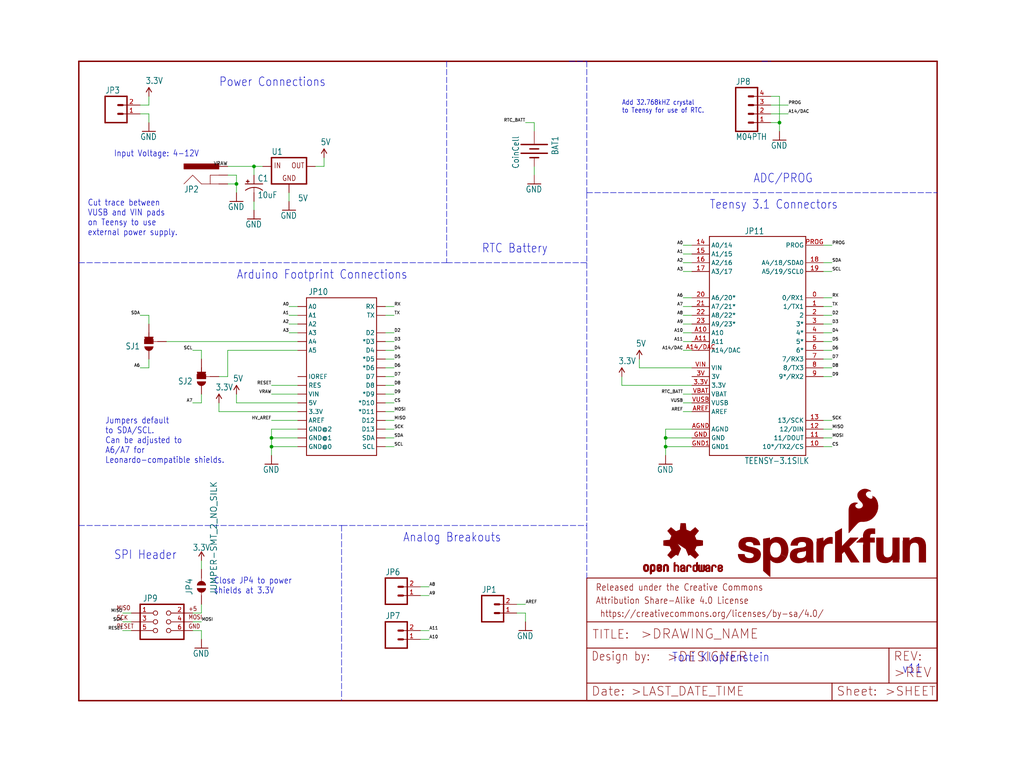
<source format=kicad_sch>
(kicad_sch (version 20211123) (generator eeschema)
  (paper "User" 297.002 223.926)
  (lib_symbols
    (symbol "schematicEagle-eagle-import:10UF-25V-20%(PTH)"
      (property "Reference" "C" (at 1.016 0.635 0))
      (property "Value" "10UF-25V-20%(PTH)" (at 1.016 -4.191 0))
      (symbol "10UF-25V-20%(PTH)_1_0"
        (pin passive line (at 0 2.54 270) (length 2.54) (name "+") (number "1"))
        (pin passive line (at 0 -5.08 90) (length 2.54) (name "-") (number "2"))
      )
    )
    (symbol "schematicEagle-eagle-import:3.3V" (power)
      (property "Value" "3.3V" (at 0 2.794 0))
      (symbol "3.3V_1_0"
        (pin power_in line (at 0 0 90) (length 2.54) (name "3.3V") (number "1"))
      )
    )
    (symbol "schematicEagle-eagle-import:5V" (power)
      (property "Value" "5V" (at -1.016 3.556 0))
      (symbol "5V_1_0"
        (pin power_in line (at 0 0 90) (length 2.54) (name "5V") (number "1"))
      )
    )
    (symbol "schematicEagle-eagle-import:ARDUINO_R3_SHIELDUNO_R3_SHIELD_HOLES"
      (property "Reference" "JP" (at -9.652 21.082 0))
      (property "Value" "ARDUINO_R3_SHIELDUNO_R3_SHIELD_HOLES" (at -6.35 -27.94 0))
      (symbol "ARDUINO_R3_SHIELDUNO_R3_SHIELD_HOLES_1_0"
        (pin bidirectional line (at -12.7 -12.7 0) (length 2.54) (name "3.3V") (number "3.3V"))
        (pin bidirectional line (at -12.7 -10.16 0) (length 2.54) (name "5V") (number "5V"))
        (pin bidirectional line (at -12.7 17.78 0) (length 2.54) (name "A0") (number "A0"))
        (pin bidirectional line (at -12.7 15.24 0) (length 2.54) (name "A1") (number "A1"))
        (pin bidirectional line (at -12.7 12.7 0) (length 2.54) (name "A2") (number "A2"))
        (pin bidirectional line (at -12.7 10.16 0) (length 2.54) (name "A3") (number "A3"))
        (pin bidirectional line (at -12.7 7.62 0) (length 2.54) (name "A4") (number "A4"))
        (pin bidirectional line (at -12.7 5.08 0) (length 2.54) (name "A5") (number "A5"))
        (pin bidirectional line (at -12.7 -15.24 0) (length 2.54) (name "AREF") (number "AREF"))
        (pin bidirectional line (at 12.7 -10.16 180) (length 2.54) (name "*D10") (number "D10"))
        (pin bidirectional line (at 12.7 -12.7 180) (length 2.54) (name "*D11") (number "D11"))
        (pin bidirectional line (at 12.7 -15.24 180) (length 2.54) (name "D12") (number "D12"))
        (pin bidirectional line (at 12.7 -17.78 180) (length 2.54) (name "D13") (number "D13"))
        (pin bidirectional line (at 12.7 10.16 180) (length 2.54) (name "D2") (number "D2"))
        (pin bidirectional line (at 12.7 7.62 180) (length 2.54) (name "*D3") (number "D3"))
        (pin bidirectional line (at 12.7 5.08 180) (length 2.54) (name "D4") (number "D4"))
        (pin bidirectional line (at 12.7 2.54 180) (length 2.54) (name "*D5") (number "D5"))
        (pin bidirectional line (at 12.7 0 180) (length 2.54) (name "*D6") (number "D6"))
        (pin bidirectional line (at 12.7 -2.54 180) (length 2.54) (name "D7") (number "D7"))
        (pin bidirectional line (at 12.7 -5.08 180) (length 2.54) (name "D8") (number "D8"))
        (pin bidirectional line (at 12.7 -7.62 180) (length 2.54) (name "*D9") (number "D9"))
        (pin bidirectional line (at -12.7 -22.86 0) (length 2.54) (name "GND@0") (number "GND@0"))
        (pin bidirectional line (at -12.7 -20.32 0) (length 2.54) (name "GND@1") (number "GND@1"))
        (pin bidirectional line (at -12.7 -17.78 0) (length 2.54) (name "GND@2") (number "GND@2"))
        (pin bidirectional line (at -12.7 -2.54 0) (length 2.54) (name "IOREF") (number "IOREF"))
        (pin bidirectional line (at -12.7 -5.08 0) (length 2.54) (name "RES") (number "RES"))
        (pin bidirectional line (at 12.7 17.78 180) (length 2.54) (name "RX") (number "RX"))
        (pin bidirectional line (at 12.7 -22.86 180) (length 2.54) (name "SCL") (number "SCL"))
        (pin bidirectional line (at 12.7 -20.32 180) (length 2.54) (name "SDA") (number "SDA"))
        (pin bidirectional line (at 12.7 15.24 180) (length 2.54) (name "TX") (number "TX"))
        (pin bidirectional line (at -12.7 -7.62 0) (length 2.54) (name "VIN") (number "VIN"))
      )
    )
    (symbol "schematicEagle-eagle-import:AVR_SPI_PRG_6PTH"
      (property "Reference" "JP" (at -4.318 5.842 0))
      (property "Value" "AVR_SPI_PRG_6PTH" (at -4.064 -7.62 0))
      (symbol "AVR_SPI_PRG_6PTH_1_0"
        (text "+5" (at 8.89 3.048 0) (effects (font (size 1.27 1.0795)) (justify left bottom)))
        (text "GND" (at 8.89 -2.032 0) (effects (font (size 1.27 1.0795)) (justify left bottom)))
        (text "MISO" (at -11.938 3.302 0) (effects (font (size 1.27 1.0795)) (justify left bottom)))
        (text "MOSI" (at 8.89 0.635 0) (effects (font (size 1.27 1.0795)) (justify left bottom)))
        (text "RESET" (at -11.938 -2.032 0) (effects (font (size 1.27 1.0795)) (justify left bottom)))
        (text "SCK" (at -11.938 0.508 0) (effects (font (size 1.27 1.0795)) (justify left bottom)))
        (pin passive inverted (at -7.62 2.54 0) (length 7.62) (name "1") (number "1"))
        (pin passive inverted (at 10.16 2.54 180) (length 7.62) (name "2") (number "2"))
        (pin passive inverted (at -7.62 0 0) (length 7.62) (name "3") (number "3"))
        (pin passive inverted (at 10.16 0 180) (length 7.62) (name "4") (number "4"))
        (pin passive inverted (at -7.62 -2.54 0) (length 7.62) (name "5") (number "5"))
        (pin passive inverted (at 10.16 -2.54 180) (length 7.62) (name "6") (number "6"))
      )
    )
    (symbol "schematicEagle-eagle-import:BATTERY12PTH"
      (property "Reference" "BAT" (at -3.81 5.08 0))
      (property "Value" "BATTERY12PTH" (at -3.81 -6.35 0))
      (symbol "BATTERY12PTH_1_0"
        (pin power_in line (at 5.08 0 180) (length 2.54) (name "-") (number "GND"))
        (pin power_in line (at -5.08 0 0) (length 2.54) (name "+") (number "VCC@1"))
      )
    )
    (symbol "schematicEagle-eagle-import:FRAME-LETTER"
      (symbol "FRAME-LETTER_2_0"
        (text " https://creativecommons.org/licenses/by-sa/4.0/" (at 2.54 24.13 0) (effects (font (size 1.9304 1.6408)) (justify left bottom)))
        (text ">DESIGNER" (at 23.114 11.176 0) (effects (font (size 2.7432 2.7432)) (justify left bottom)))
        (text ">DRAWING_NAME" (at 15.494 17.78 0) (effects (font (size 2.7432 2.7432)) (justify left bottom)))
        (text ">LAST_DATE_TIME" (at 12.7 1.27 0) (effects (font (size 2.54 2.54)) (justify left bottom)))
        (text ">REV" (at 88.9 6.604 0) (effects (font (size 2.7432 2.7432)) (justify left bottom)))
        (text ">SHEET" (at 86.36 1.27 0) (effects (font (size 2.54 2.54)) (justify left bottom)))
        (text "Attribution Share-Alike 4.0 License" (at 2.54 27.94 0) (effects (font (size 1.9304 1.6408)) (justify left bottom)))
        (text "Date:" (at 1.27 1.27 0) (effects (font (size 2.54 2.54)) (justify left bottom)))
        (text "Design by:" (at 1.27 11.43 0) (effects (font (size 2.54 2.159)) (justify left bottom)))
        (text "Released under the Creative Commons" (at 2.54 31.75 0) (effects (font (size 1.9304 1.6408)) (justify left bottom)))
        (text "REV:" (at 88.9 11.43 0) (effects (font (size 2.54 2.54)) (justify left bottom)))
        (text "Sheet:" (at 72.39 1.27 0) (effects (font (size 2.54 2.54)) (justify left bottom)))
        (text "TITLE:" (at 1.524 17.78 0) (effects (font (size 2.54 2.54)) (justify left bottom)))
      )
    )
    (symbol "schematicEagle-eagle-import:GND" (power)
      (property "Value" "GND" (at -2.54 -2.54 0))
      (symbol "GND_1_0"
        (pin power_in line (at 0 2.54 270) (length 2.54) (name "GND") (number "1"))
      )
    )
    (symbol "schematicEagle-eagle-import:JUMPER-PAD-3-2OF3_NC_BY_TRACE_SMALL"
      (property "Reference" "SJ" (at 2.54 0.381 0))
      (property "Value" "JUMPER-PAD-3-2OF3_NC_BY_TRACE_SMALL" (at 2.54 -1.905 0))
      (symbol "JUMPER-PAD-3-2OF3_NC_BY_TRACE_SMALL_1_0"
        (pin passive line (at 0 5.08 270) (length 2.54) (name "1") (number "1"))
        (pin passive line (at -5.08 0 0) (length 2.54) (name "2") (number "2"))
        (pin passive line (at 0 -5.08 90) (length 2.54) (name "3") (number "3"))
      )
    )
    (symbol "schematicEagle-eagle-import:JUMPER-SMT_2_NO_SILK"
      (property "Reference" "JP" (at -2.54 2.54 0))
      (property "Value" "JUMPER-SMT_2_NO_SILK" (at -2.54 -2.54 0))
      (symbol "JUMPER-SMT_2_NO_SILK_1_0"
        (pin passive line (at -5.08 0 0) (length 2.54) (name "1") (number "1"))
        (pin passive line (at 5.08 0 180) (length 2.54) (name "2") (number "2"))
      )
    )
    (symbol "schematicEagle-eagle-import:M02JST-PTH-2"
      (property "Reference" "JP" (at -2.54 5.842 0))
      (property "Value" "M02JST-PTH-2" (at -2.54 -5.08 0))
      (symbol "M02JST-PTH-2_1_0"
        (pin passive line (at 7.62 0 180) (length 5.08) (name "1") (number "1"))
        (pin passive line (at 7.62 2.54 180) (length 5.08) (name "2") (number "2"))
      )
    )
    (symbol "schematicEagle-eagle-import:M02PTH"
      (property "Reference" "JP" (at -2.54 5.842 0))
      (property "Value" "M02PTH" (at -2.54 -5.08 0))
      (symbol "M02PTH_1_0"
        (pin passive line (at 7.62 0 180) (length 5.08) (name "1") (number "1"))
        (pin passive line (at 7.62 2.54 180) (length 5.08) (name "2") (number "2"))
      )
    )
    (symbol "schematicEagle-eagle-import:M04PTH"
      (property "Reference" "JP" (at -5.08 8.382 0))
      (property "Value" "M04PTH" (at -5.08 -7.62 0))
      (symbol "M04PTH_1_0"
        (pin passive line (at 5.08 -2.54 180) (length 5.08) (name "1") (number "1"))
        (pin passive line (at 5.08 0 180) (length 5.08) (name "2") (number "2"))
        (pin passive line (at 5.08 2.54 180) (length 5.08) (name "3") (number "3"))
        (pin passive line (at 5.08 5.08 180) (length 5.08) (name "4") (number "4"))
      )
    )
    (symbol "schematicEagle-eagle-import:OSHW-LOGOM")
    (symbol "schematicEagle-eagle-import:POWER_JACKPTH_LOCK"
      (property "Reference" "JP" (at -10.16 0 0))
      (property "Value" "POWER_JACKPTH_LOCK" (at -10.16 10.16 0))
      (symbol "POWER_JACKPTH_LOCK_1_0"
        (pin bidirectional line (at 2.54 2.54 180) (length 2.54) (name "GND") (number "GND"))
        (pin bidirectional line (at 2.54 5.08 180) (length 2.54) (name "GNDBREAK") (number "GNDBREAK"))
        (pin bidirectional line (at 2.54 7.62 180) (length 2.54) (name "PWR") (number "PWR"))
      )
    )
    (symbol "schematicEagle-eagle-import:SFE_LOGO_NAME_FLAME.1_INCH")
    (symbol "schematicEagle-eagle-import:TEENSY-3.1SILK"
      (property "Reference" "JP" (at -5.08 33.02 0))
      (property "Value" "TEENSY-3.1SILK" (at -5.08 -35.56 0))
      (symbol "TEENSY-3.1SILK_1_0"
        (pin bidirectional line (at 17.78 12.7 180) (length 5.08) (name "0/RX1") (number "0"))
        (pin bidirectional line (at 17.78 10.16 180) (length 5.08) (name "1/TX1") (number "1"))
        (pin bidirectional line (at 17.78 -30.48 180) (length 5.08) (name "10*/TX2/CS") (number "10"))
        (pin bidirectional line (at 17.78 -27.94 180) (length 5.08) (name "11/DOUT") (number "11"))
        (pin bidirectional line (at 17.78 -25.4 180) (length 5.08) (name "12/DIN") (number "12"))
        (pin bidirectional line (at 17.78 -22.86 180) (length 5.08) (name "13/SCK") (number "13"))
        (pin bidirectional line (at -20.32 27.94 0) (length 5.08) (name "A0/14") (number "14"))
        (pin bidirectional line (at -20.32 25.4 0) (length 5.08) (name "A1/15") (number "15"))
        (pin bidirectional line (at -20.32 22.86 0) (length 5.08) (name "A2/16") (number "16"))
        (pin bidirectional line (at -20.32 20.32 0) (length 5.08) (name "A3/17") (number "17"))
        (pin bidirectional line (at 17.78 22.86 180) (length 5.08) (name "A4/18/SDA0") (number "18"))
        (pin bidirectional line (at 17.78 20.32 180) (length 5.08) (name "A5/19/SCL0") (number "19"))
        (pin bidirectional line (at 17.78 7.62 180) (length 5.08) (name "2") (number "2"))
        (pin bidirectional line (at -20.32 12.7 0) (length 5.08) (name "A6/20*") (number "20"))
        (pin bidirectional line (at -20.32 10.16 0) (length 5.08) (name "A7/21*") (number "21"))
        (pin bidirectional line (at -20.32 7.62 0) (length 5.08) (name "A8/22*") (number "22"))
        (pin bidirectional line (at -20.32 5.08 0) (length 5.08) (name "A9/23*") (number "23"))
        (pin bidirectional line (at 17.78 5.08 180) (length 5.08) (name "3*") (number "3"))
        (pin bidirectional line (at -20.32 -12.7 0) (length 5.08) (name "3.3V") (number "3.3V"))
        (pin bidirectional line (at -20.32 -10.16 0) (length 5.08) (name "3V") (number "3V"))
        (pin bidirectional line (at 17.78 2.54 180) (length 5.08) (name "4*") (number "4"))
        (pin bidirectional line (at 17.78 0 180) (length 5.08) (name "5*") (number "5"))
        (pin bidirectional line (at 17.78 -2.54 180) (length 5.08) (name "6*") (number "6"))
        (pin bidirectional line (at 17.78 -5.08 180) (length 5.08) (name "7/RX3") (number "7"))
        (pin bidirectional line (at 17.78 -7.62 180) (length 5.08) (name "8/TX3") (number "8"))
        (pin bidirectional line (at 17.78 -10.16 180) (length 5.08) (name "9*/RX2") (number "9"))
        (pin bidirectional line (at -20.32 2.54 0) (length 5.08) (name "A10") (number "A10"))
        (pin bidirectional line (at -20.32 0 0) (length 5.08) (name "A11") (number "A11"))
        (pin bidirectional line (at -20.32 -2.54 0) (length 5.08) (name "A14/DAC") (number "A14/DAC"))
        (pin bidirectional line (at -20.32 -25.4 0) (length 5.08) (name "AGND") (number "AGND"))
        (pin bidirectional line (at -20.32 -20.32 0) (length 5.08) (name "AREF") (number "AREF"))
        (pin bidirectional line (at -20.32 -27.94 0) (length 5.08) (name "GND") (number "GND"))
        (pin bidirectional line (at -20.32 -30.48 0) (length 5.08) (name "GND1") (number "GND1"))
        (pin bidirectional line (at 17.78 27.94 180) (length 5.08) (name "PROG") (number "PROG"))
        (pin bidirectional line (at -20.32 -15.24 0) (length 5.08) (name "VBAT") (number "VBAT"))
        (pin bidirectional line (at -20.32 -7.62 0) (length 5.08) (name "VIN") (number "VIN"))
        (pin bidirectional line (at -20.32 -17.78 0) (length 5.08) (name "VUSB") (number "VUSB"))
      )
    )
    (symbol "schematicEagle-eagle-import:V_REG_78XX-TO-220"
      (property "Reference" "U" (at 2.54 -7.62 0))
      (property "Value" "V_REG_78XX-TO-220" (at 2.54 -10.16 0))
      (symbol "V_REG_78XX-TO-220_1_0"
        (text "GND" (at -2.032 -4.318 0) (effects (font (size 1.524 1.2954)) (justify left bottom)))
        (text "IN" (at -4.445 -0.635 0) (effects (font (size 1.524 1.2954)) (justify left bottom)))
        (text "OUT" (at 0.635 -0.635 0) (effects (font (size 1.524 1.2954)) (justify left bottom)))
        (pin input line (at 0 -7.62 90) (length 2.54) (name "GND") (number "GND"))
        (pin input line (at -7.62 0 0) (length 2.54) (name "IN") (number "IN"))
        (pin output line (at 7.62 0 180) (length 2.54) (name "OUT") (number "OUT"))
      )
    )
  )
  (junction (at 78.74 127))
  (junction (at 226.06 35.56))
  (junction (at 193.04 129.54))
  (junction (at 73.66 48.26))
  (junction (at 193.04 127))
  (junction (at 68.58 53.34))
  (junction (at 78.74 129.54))
  (wire (pts (xy 111.76 101.6) (xy 114.3 101.6)))
  (wire (pts (xy 43.18 30.48) (xy 43.18 27.94)))
  (wire (pts (xy 152.4 177.8) (xy 152.4 180.34)))
  (wire (pts (xy 238.76 101.6) (xy 241.3 101.6)))
  (wire (pts (xy 111.76 91.44) (xy 114.3 91.44)))
  (polyline (pts (xy 170.18 76.2) (xy 170.18 152.4)))
  (wire (pts (xy 238.76 91.44) (xy 241.3 91.44)))
  (wire (pts (xy 66.04 53.34) (xy 68.58 53.34)))
  (polyline (pts (xy 165.1 17.78) (xy 170.18 17.78)))
  (wire (pts (xy 111.76 106.68) (xy 114.3 106.68)))
  (wire (pts (xy 193.04 124.46) (xy 193.04 127)))
  (wire (pts (xy 238.76 106.68) (xy 241.3 106.68)))
  (wire (pts (xy 111.76 88.9) (xy 114.3 88.9)))
  (wire (pts (xy 200.66 111.76) (xy 180.34 111.76)))
  (wire (pts (xy 238.76 96.52) (xy 241.3 96.52)))
  (wire (pts (xy 238.76 127) (xy 241.3 127)))
  (wire (pts (xy 149.86 177.8) (xy 152.4 177.8)))
  (wire (pts (xy 223.52 33.02) (xy 228.6 33.02)))
  (wire (pts (xy 238.76 88.9) (xy 241.3 88.9)))
  (wire (pts (xy 68.58 53.34) (xy 68.58 55.88)))
  (wire (pts (xy 66.04 109.22) (xy 66.04 101.6)))
  (wire (pts (xy 200.66 73.66) (xy 198.12 73.66)))
  (wire (pts (xy 200.66 78.74) (xy 198.12 78.74)))
  (wire (pts (xy 86.36 129.54) (xy 78.74 129.54)))
  (wire (pts (xy 73.66 48.26) (xy 76.2 48.26)))
  (wire (pts (xy 111.76 109.22) (xy 114.3 109.22)))
  (wire (pts (xy 111.76 116.84) (xy 114.3 116.84)))
  (wire (pts (xy 223.52 27.94) (xy 226.06 27.94)))
  (wire (pts (xy 86.36 88.9) (xy 83.82 88.9)))
  (wire (pts (xy 121.92 170.18) (xy 124.46 170.18)))
  (wire (pts (xy 185.42 106.68) (xy 185.42 104.14)))
  (wire (pts (xy 121.92 185.42) (xy 124.46 185.42)))
  (wire (pts (xy 238.76 76.2) (xy 241.3 76.2)))
  (wire (pts (xy 86.36 91.44) (xy 83.82 91.44)))
  (wire (pts (xy 40.64 33.02) (xy 43.18 33.02)))
  (wire (pts (xy 180.34 111.76) (xy 180.34 109.22)))
  (wire (pts (xy 200.66 76.2) (xy 198.12 76.2)))
  (wire (pts (xy 91.44 48.26) (xy 93.98 48.26)))
  (polyline (pts (xy 170.18 55.88) (xy 271.78 55.88)))
  (wire (pts (xy 58.42 114.3) (xy 58.42 116.84)))
  (wire (pts (xy 55.88 180.34) (xy 58.42 180.34)))
  (wire (pts (xy 111.76 99.06) (xy 114.3 99.06)))
  (wire (pts (xy 78.74 127) (xy 78.74 129.54)))
  (wire (pts (xy 200.66 119.38) (xy 198.12 119.38)))
  (wire (pts (xy 86.36 119.38) (xy 63.5 119.38)))
  (wire (pts (xy 73.66 58.42) (xy 73.66 60.96)))
  (wire (pts (xy 86.36 99.06) (xy 48.26 99.06)))
  (wire (pts (xy 200.66 101.6) (xy 198.12 101.6)))
  (wire (pts (xy 200.66 114.3) (xy 198.12 114.3)))
  (wire (pts (xy 63.5 109.22) (xy 66.04 109.22)))
  (wire (pts (xy 238.76 93.98) (xy 241.3 93.98)))
  (wire (pts (xy 111.76 119.38) (xy 114.3 119.38)))
  (wire (pts (xy 149.86 175.26) (xy 152.4 175.26)))
  (wire (pts (xy 111.76 129.54) (xy 114.3 129.54)))
  (wire (pts (xy 58.42 182.88) (xy 58.42 185.42)))
  (polyline (pts (xy 99.06 152.4) (xy 99.06 203.2)))
  (wire (pts (xy 86.36 114.3) (xy 78.74 114.3)))
  (wire (pts (xy 193.04 127) (xy 193.04 129.54)))
  (polyline (pts (xy 22.86 152.4) (xy 99.06 152.4)))
  (wire (pts (xy 38.1 182.88) (xy 35.56 182.88)))
  (wire (pts (xy 66.04 101.6) (xy 86.36 101.6)))
  (wire (pts (xy 86.36 127) (xy 78.74 127)))
  (wire (pts (xy 58.42 177.8) (xy 58.42 175.26)))
  (wire (pts (xy 154.94 48.26) (xy 154.94 50.8)))
  (polyline (pts (xy 220.98 17.78) (xy 223.52 17.78)))
  (wire (pts (xy 86.36 116.84) (xy 68.58 116.84)))
  (wire (pts (xy 66.04 48.26) (xy 73.66 48.26)))
  (wire (pts (xy 200.66 127) (xy 193.04 127)))
  (polyline (pts (xy 129.54 76.2) (xy 170.18 76.2)))
  (wire (pts (xy 223.52 30.48) (xy 228.6 30.48)))
  (wire (pts (xy 200.66 124.46) (xy 193.04 124.46)))
  (wire (pts (xy 238.76 124.46) (xy 241.3 124.46)))
  (wire (pts (xy 111.76 104.14) (xy 114.3 104.14)))
  (wire (pts (xy 226.06 27.94) (xy 226.06 35.56)))
  (wire (pts (xy 200.66 106.68) (xy 185.42 106.68)))
  (wire (pts (xy 200.66 71.12) (xy 198.12 71.12)))
  (wire (pts (xy 86.36 96.52) (xy 83.82 96.52)))
  (wire (pts (xy 154.94 38.1) (xy 154.94 35.56)))
  (wire (pts (xy 200.66 99.06) (xy 198.12 99.06)))
  (wire (pts (xy 38.1 177.8) (xy 35.56 177.8)))
  (polyline (pts (xy 170.18 17.78) (xy 170.18 55.88)))
  (wire (pts (xy 43.18 33.02) (xy 43.18 35.56)))
  (wire (pts (xy 200.66 91.44) (xy 198.12 91.44)))
  (wire (pts (xy 223.52 35.56) (xy 226.06 35.56)))
  (wire (pts (xy 58.42 165.1) (xy 58.42 162.56)))
  (wire (pts (xy 86.36 124.46) (xy 78.74 124.46)))
  (wire (pts (xy 43.18 104.14) (xy 43.18 106.68)))
  (wire (pts (xy 238.76 99.06) (xy 241.3 99.06)))
  (wire (pts (xy 121.92 172.72) (xy 124.46 172.72)))
  (polyline (pts (xy 22.86 76.2) (xy 129.54 76.2)))
  (wire (pts (xy 78.74 124.46) (xy 78.74 127)))
  (wire (pts (xy 38.1 180.34) (xy 35.56 180.34)))
  (polyline (pts (xy 129.54 17.78) (xy 129.54 76.2)))
  (wire (pts (xy 111.76 96.52) (xy 114.3 96.52)))
  (wire (pts (xy 58.42 101.6) (xy 55.88 101.6)))
  (wire (pts (xy 238.76 104.14) (xy 241.3 104.14)))
  (polyline (pts (xy 170.18 152.4) (xy 170.18 167.64)))
  (wire (pts (xy 111.76 121.92) (xy 114.3 121.92)))
  (wire (pts (xy 238.76 109.22) (xy 241.3 109.22)))
  (wire (pts (xy 226.06 35.56) (xy 226.06 38.1)))
  (wire (pts (xy 86.36 121.92) (xy 78.74 121.92)))
  (wire (pts (xy 43.18 106.68) (xy 40.64 106.68)))
  (wire (pts (xy 200.66 86.36) (xy 198.12 86.36)))
  (wire (pts (xy 238.76 71.12) (xy 241.3 71.12)))
  (polyline (pts (xy 99.06 152.4) (xy 170.18 152.4)))
  (wire (pts (xy 200.66 129.54) (xy 193.04 129.54)))
  (wire (pts (xy 55.88 182.88) (xy 58.42 182.88)))
  (wire (pts (xy 73.66 50.8) (xy 73.66 48.26)))
  (wire (pts (xy 238.76 78.74) (xy 241.3 78.74)))
  (wire (pts (xy 58.42 116.84) (xy 55.88 116.84)))
  (wire (pts (xy 200.66 116.84) (xy 198.12 116.84)))
  (wire (pts (xy 121.92 182.88) (xy 124.46 182.88)))
  (wire (pts (xy 111.76 127) (xy 114.3 127)))
  (wire (pts (xy 200.66 93.98) (xy 198.12 93.98)))
  (wire (pts (xy 86.36 111.76) (xy 78.74 111.76)))
  (wire (pts (xy 86.36 93.98) (xy 83.82 93.98)))
  (wire (pts (xy 43.18 91.44) (xy 40.64 91.44)))
  (wire (pts (xy 111.76 114.3) (xy 114.3 114.3)))
  (wire (pts (xy 83.82 55.88) (xy 83.82 58.42)))
  (wire (pts (xy 55.88 177.8) (xy 58.42 177.8)))
  (wire (pts (xy 40.64 30.48) (xy 43.18 30.48)))
  (wire (pts (xy 43.18 93.98) (xy 43.18 91.44)))
  (wire (pts (xy 93.98 48.26) (xy 93.98 45.72)))
  (wire (pts (xy 58.42 104.14) (xy 58.42 101.6)))
  (wire (pts (xy 111.76 124.46) (xy 114.3 124.46)))
  (polyline (pts (xy 170.18 55.88) (xy 170.18 76.2)))
  (wire (pts (xy 68.58 116.84) (xy 68.58 114.3)))
  (wire (pts (xy 68.58 50.8) (xy 68.58 53.34)))
  (wire (pts (xy 111.76 111.76) (xy 114.3 111.76)))
  (wire (pts (xy 193.04 129.54) (xy 193.04 132.08)))
  (wire (pts (xy 66.04 50.8) (xy 68.58 50.8)))
  (wire (pts (xy 238.76 121.92) (xy 241.3 121.92)))
  (wire (pts (xy 200.66 88.9) (xy 198.12 88.9)))
  (wire (pts (xy 238.76 86.36) (xy 241.3 86.36)))
  (wire (pts (xy 78.74 129.54) (xy 78.74 132.08)))
  (wire (pts (xy 63.5 119.38) (xy 63.5 116.84)))
  (wire (pts (xy 200.66 96.52) (xy 198.12 96.52)))
  (wire (pts (xy 238.76 129.54) (xy 241.3 129.54)))
  (wire (pts (xy 154.94 35.56) (xy 152.4 35.56)))
  (text "Analog Breakouts" (at 116.84 157.48 180) (effects (font (size 2.54 2.159)) (justify left bottom)))
  (text "Arduino Footprint Connections" (at 68.58 81.28 180) (effects (font (size 2.54 2.159)) (justify left bottom)))
  (text "Cut trace between\nVUSB and VIN pads\non Teensy to use\nexternal power supply." (at 25.4 68.58 0) (effects (font (size 1.778 1.5113)) (justify left bottom)))
  (text "Toni Klopfenstein" (at 194.818 192.278 180) (effects (font (size 2.54 2.159)) (justify left bottom)))
  (text "v11" (at 261.62 195.58 180) (effects (font (size 2.54 2.159)) (justify left bottom)))
  (text "ADC/PROG" (at 218.44 53.34 180) (effects (font (size 2.54 2.159)) (justify left bottom)))
  (text "Power Connections" (at 63.5 25.4 180) (effects (font (size 2.54 2.159)) (justify left bottom)))
  (text "Input Voltage: 4-12V" (at 33.02 45.72 180) (effects (font (size 1.778 1.5113)) (justify left bottom)))
  (text "Add 32.768kHZ crystal\nto Teensy for use of RTC." (at 180.34 33.02 180) (effects (font (size 1.4224 1.209)) (justify left bottom)))
  (text "Close JP4 to power\nshields at 3.3V" (at 61.976 172.466 180) (effects (font (size 1.778 1.5113)) (justify left bottom)))
  (text "RTC Battery" (at 139.7 73.66 180) (effects (font (size 2.54 2.159)) (justify left bottom)))
  (text "Teensy 3.1 Connectors" (at 205.74 60.96 180) (effects (font (size 2.54 2.159)) (justify left bottom)))
  (text "Jumpers default\nto SDA/SCL.\nCan be adjusted to\nA6/A7 for\nLeonardo-compatible shields." (at 30.48 134.62 0) (effects (font (size 1.778 1.5113)) (justify left bottom)))
  (text "SPI Header" (at 33.02 162.56 180) (effects (font (size 2.54 2.159)) (justify left bottom)))
  (label "D7" (at 114.3 109.22 0) (effects (font (size 0.889 0.889))))
  (label "SDA" (at 241.3 76.2 0) (effects (font (size 0.889 0.889))))
  (label "A10" (at 124.46 185.42 0) (effects (font (size 0.889 0.889))))
  (label "MOSI" (at 241.3 127 0) (effects (font (size 0.889 0.889))))
  (label "A6" (at 198.12 86.36 180) (effects (font (size 0.889 0.889))))
  (label "TX" (at 114.3 91.44 0) (effects (font (size 0.889 0.889))))
  (label "RX" (at 241.3 86.36 0) (effects (font (size 0.889 0.889))))
  (label "TX" (at 241.3 88.9 0) (effects (font (size 0.889 0.889))))
  (label "A14/DAC" (at 198.12 101.6 180) (effects (font (size 0.889 0.889))))
  (label "RESET" (at 35.56 182.88 180) (effects (font (size 0.889 0.889))))
  (label "A3" (at 198.12 78.74 180) (effects (font (size 0.889 0.889))))
  (label "A1" (at 83.82 91.44 180) (effects (font (size 0.889 0.889))))
  (label "D4" (at 114.3 101.6 0) (effects (font (size 0.889 0.889))))
  (label "SCK" (at 114.3 124.46 0) (effects (font (size 0.889 0.889))))
  (label "A2" (at 83.82 93.98 180) (effects (font (size 0.889 0.889))))
  (label "RTC_BATT" (at 198.12 114.3 180) (effects (font (size 0.889 0.889))))
  (label "A7" (at 55.88 116.84 180) (effects (font (size 0.889 0.889))))
  (label "SDA" (at 114.3 127 0) (effects (font (size 0.889 0.889))))
  (label "D3" (at 241.3 93.98 0) (effects (font (size 0.889 0.889))))
  (label "RTC_BATT" (at 152.4 35.56 180) (effects (font (size 0.889 0.889))))
  (label "SDA" (at 40.64 91.44 180) (effects (font (size 0.889 0.889))))
  (label "D5" (at 241.3 99.06 0) (effects (font (size 0.889 0.889))))
  (label "D9" (at 114.3 114.3 0) (effects (font (size 0.889 0.889))))
  (label "MISO" (at 114.3 121.92 0) (effects (font (size 0.889 0.889))))
  (label "D8" (at 241.3 106.68 0) (effects (font (size 0.889 0.889))))
  (label "SCL" (at 55.88 101.6 180) (effects (font (size 0.889 0.889))))
  (label "RX" (at 114.3 88.9 0) (effects (font (size 0.889 0.889))))
  (label "MISO" (at 35.56 177.8 180) (effects (font (size 0.889 0.889))))
  (label "MISO" (at 241.3 124.46 0) (effects (font (size 0.889 0.889))))
  (label "SCL" (at 114.3 129.54 0) (effects (font (size 0.889 0.889))))
  (label "A9" (at 198.12 93.98 180) (effects (font (size 0.889 0.889))))
  (label "D6" (at 241.3 101.6 0) (effects (font (size 0.889 0.889))))
  (label "VRAW" (at 66.04 48.26 180) (effects (font (size 1.016 1.016))))
  (label "SCL" (at 241.3 78.74 0) (effects (font (size 0.889 0.889))))
  (label "VUSB" (at 198.12 116.84 180) (effects (font (size 0.889 0.889))))
  (label "D7" (at 241.3 104.14 0) (effects (font (size 0.889 0.889))))
  (label "A1" (at 198.12 73.66 180) (effects (font (size 0.889 0.889))))
  (label "A2" (at 198.12 76.2 180) (effects (font (size 0.889 0.889))))
  (label "AREF" (at 152.4 175.26 0) (effects (font (size 0.889 0.889))))
  (label "A10" (at 198.12 96.52 180) (effects (font (size 0.889 0.889))))
  (label "VRAW" (at 78.74 114.3 180) (effects (font (size 0.889 0.889))))
  (label "SCK" (at 35.56 180.34 180) (effects (font (size 0.889 0.889))))
  (label "CS" (at 114.3 116.84 0) (effects (font (size 0.889 0.889))))
  (label "RESET" (at 78.74 111.76 180) (effects (font (size 0.889 0.889))))
  (label "D2" (at 114.3 96.52 0) (effects (font (size 0.889 0.889))))
  (label "SCK" (at 241.3 121.92 0) (effects (font (size 0.889 0.889))))
  (label "A9" (at 124.46 172.72 0) (effects (font (size 0.889 0.889))))
  (label "MOSI" (at 58.42 180.34 0) (effects (font (size 0.889 0.889))))
  (label "D4" (at 241.3 96.52 0) (effects (font (size 0.889 0.889))))
  (label "D8" (at 114.3 111.76 0) (effects (font (size 0.889 0.889))))
  (label "HV_AREF" (at 78.74 121.92 180) (effects (font (size 0.889 0.889))))
  (label "PROG" (at 228.6 30.48 0) (effects (font (size 0.889 0.889))))
  (label "PROG" (at 241.3 71.12 0) (effects (font (size 0.889 0.889))))
  (label "D9" (at 241.3 109.22 0) (effects (font (size 0.889 0.889))))
  (label "A6" (at 40.64 106.68 180) (effects (font (size 0.889 0.889))))
  (label "A11" (at 124.46 182.88 0) (effects (font (size 0.889 0.889))))
  (label "A8" (at 198.12 91.44 180) (effects (font (size 0.889 0.889))))
  (label "A8" (at 124.46 170.18 0) (effects (font (size 0.889 0.889))))
  (label "CS" (at 241.3 129.54 0) (effects (font (size 0.889 0.889))))
  (label "A0" (at 83.82 88.9 180) (effects (font (size 0.889 0.889))))
  (label "A11" (at 198.12 99.06 180) (effects (font (size 0.889 0.889))))
  (label "D5" (at 114.3 104.14 0) (effects (font (size 0.889 0.889))))
  (label "D6" (at 114.3 106.68 0) (effects (font (size 0.889 0.889))))
  (label "A14/DAC" (at 228.6 33.02 0) (effects (font (size 0.889 0.889))))
  (label "AREF" (at 198.12 119.38 180) (effects (font (size 0.889 0.889))))
  (label "A7" (at 198.12 88.9 180) (effects (font (size 0.889 0.889))))
  (label "A3" (at 83.82 96.52 180) (effects (font (size 0.889 0.889))))
  (label "MOSI" (at 114.3 119.38 0) (effects (font (size 0.889 0.889))))
  (label "D2" (at 241.3 91.44 0) (effects (font (size 0.889 0.889))))
  (label "A0" (at 198.12 71.12 180) (effects (font (size 0.889 0.889))))
  (label "D3" (at 114.3 99.06 0) (effects (font (size 0.889 0.889))))
  (symbol (lib_id "schematicEagle-eagle-import:GND") (at 83.82 60.96 0) (unit 1)
    (property "Reference" "#GND7" (effects hide))
    (property "Value" "GND" (at 81.28 63.5 0) (effects (font (size 1.778 1.5113)) (justify left bottom)))
    (property "Footprint" "schematicEagle:" (effects hide))
  )
  (symbol (lib_id "schematicEagle-eagle-import:10UF-25V-20%(PTH)") (at 73.66 53.34 0) (unit 1)
    (property "Reference" "C1" (at 74.676 52.705 0) (effects (font (size 1.778 1.5113)) (justify left bottom)))
    (property "Value" "10uF" (at 74.676 57.531 0) (effects (font (size 1.778 1.5113)) (justify left bottom)))
    (property "Footprint" "schematicEagle:CPOL-RADIAL-10UF-25V" (effects hide))
  )
  (symbol (lib_id "schematicEagle-eagle-import:3.3V") (at 58.42 162.56 0) (unit 1)
    (property "Reference" "#SUPPLY6" (effects hide))
    (property "Value" "3.3V" (at 58.42 159.766 0) (effects (font (size 1.778 1.5113)) (justify bottom)))
    (property "Footprint" "schematicEagle:" (effects hide))
  )
  (symbol (lib_id "schematicEagle-eagle-import:GND") (at 226.06 40.64 0) (unit 1)
    (property "Reference" "#GND9" (effects hide))
    (property "Value" "GND" (at 223.52 43.18 0) (effects (font (size 1.778 1.5113)) (justify left bottom)))
    (property "Footprint" "schematicEagle:" (effects hide))
  )
  (symbol (lib_id "schematicEagle-eagle-import:M04PTH") (at 218.44 33.02 0) (unit 1)
    (property "Reference" "JP8" (at 213.36 24.638 0) (effects (font (size 1.778 1.5113)) (justify left bottom)))
    (property "Value" "M04PTH" (at 213.36 40.64 0) (effects (font (size 1.778 1.5113)) (justify left bottom)))
    (property "Footprint" "schematicEagle:1X04" (effects hide))
  )
  (symbol (lib_id "schematicEagle-eagle-import:GND") (at 78.74 134.62 0) (unit 1)
    (property "Reference" "#GND1" (effects hide))
    (property "Value" "GND" (at 76.2 137.16 0) (effects (font (size 1.778 1.5113)) (justify left bottom)))
    (property "Footprint" "schematicEagle:" (effects hide))
  )
  (symbol (lib_id "schematicEagle-eagle-import:SFE_LOGO_NAME_FLAME.1_INCH") (at 213.36 167.64 0) (unit 1)
    (property "Reference" "LOGO1" (effects hide))
    (property "Value" "SFE_LOGO_NAME_FLAME.1_INCH" (effects hide))
    (property "Footprint" "schematicEagle:SFE_LOGO_NAME_FLAME_.1" (effects hide))
  )
  (symbol (lib_id "schematicEagle-eagle-import:3.3V") (at 63.5 116.84 0) (unit 1)
    (property "Reference" "#SUPPLY5" (effects hide))
    (property "Value" "3.3V" (at 62.484 113.284 0) (effects (font (size 1.778 1.5113)) (justify left bottom)))
    (property "Footprint" "schematicEagle:" (effects hide))
  )
  (symbol (lib_id "schematicEagle-eagle-import:JUMPER-PAD-3-2OF3_NC_BY_TRACE_SMALL") (at 43.18 99.06 180) (unit 1)
    (property "Reference" "SJ1" (at 40.64 99.441 0) (effects (font (size 1.778 1.5113)) (justify left bottom)))
    (property "Value" "JUMPER-PAD-3-2OF3_NC_BY_TRACE_SMALL" (effects hide))
    (property "Footprint" "schematicEagle:PAD-JUMPER-3-2OF3_NC_BY_TRACE_YES_SILK_FULL_BOX" (effects hide))
  )
  (symbol (lib_id "schematicEagle-eagle-import:GND") (at 73.66 63.5 0) (unit 1)
    (property "Reference" "#GND8" (effects hide))
    (property "Value" "GND" (at 71.12 66.04 0) (effects (font (size 1.778 1.5113)) (justify left bottom)))
    (property "Footprint" "schematicEagle:" (effects hide))
  )
  (symbol (lib_id "schematicEagle-eagle-import:OSHW-LOGOM") (at 198.12 157.48 0) (unit 1)
    (property "Reference" "LOGO2" (effects hide))
    (property "Value" "OSHW-LOGOM" (effects hide))
    (property "Footprint" "schematicEagle:OSHW-LOGO-M" (effects hide))
  )
  (symbol (lib_id "schematicEagle-eagle-import:M02PTH") (at 114.3 172.72 0) (unit 1)
    (property "Reference" "JP6" (at 111.76 166.878 0) (effects (font (size 1.778 1.5113)) (justify left bottom)))
    (property "Value" "M02PTH" (effects hide))
    (property "Footprint" "schematicEagle:1X02" (effects hide))
  )
  (symbol (lib_id "schematicEagle-eagle-import:M02PTH") (at 114.3 185.42 0) (unit 1)
    (property "Reference" "JP7" (at 111.76 179.578 0) (effects (font (size 1.778 1.5113)) (justify left bottom)))
    (property "Value" "M02PTH" (effects hide))
    (property "Footprint" "schematicEagle:1X02" (effects hide))
  )
  (symbol (lib_id "schematicEagle-eagle-import:GND") (at 154.94 53.34 0) (unit 1)
    (property "Reference" "#GND4" (effects hide))
    (property "Value" "GND" (at 152.4 55.88 0) (effects (font (size 1.778 1.5113)) (justify left bottom)))
    (property "Footprint" "schematicEagle:" (effects hide))
  )
  (symbol (lib_id "schematicEagle-eagle-import:5V") (at 68.58 114.3 0) (unit 1)
    (property "Reference" "#SUPPLY2" (effects hide))
    (property "Value" "5V" (at 67.564 110.744 0) (effects (font (size 1.778 1.5113)) (justify left bottom)))
    (property "Footprint" "schematicEagle:" (effects hide))
  )
  (symbol (lib_id "schematicEagle-eagle-import:JUMPER-SMT_2_NO_SILK") (at 58.42 170.18 90) (unit 1)
    (property "Reference" "JP4" (at 55.88 172.72 0) (effects (font (size 1.778 1.778)) (justify left bottom)))
    (property "Value" "JUMPER-SMT_2_NO_SILK" (at 60.96 172.72 0) (effects (font (size 1.778 1.778)) (justify left top)))
    (property "Footprint" "schematicEagle:SMT-JUMPER_2_NO_SILK" (effects hide))
  )
  (symbol (lib_id "schematicEagle-eagle-import:GND") (at 68.58 58.42 0) (unit 1)
    (property "Reference" "#GND5" (effects hide))
    (property "Value" "GND" (at 66.04 60.96 0) (effects (font (size 1.778 1.5113)) (justify left bottom)))
    (property "Footprint" "schematicEagle:" (effects hide))
  )
  (symbol (lib_id "schematicEagle-eagle-import:JUMPER-PAD-3-2OF3_NC_BY_TRACE_SMALL") (at 58.42 109.22 180) (unit 1)
    (property "Reference" "SJ2" (at 55.88 109.601 0) (effects (font (size 1.778 1.5113)) (justify left bottom)))
    (property "Value" "JUMPER-PAD-3-2OF3_NC_BY_TRACE_SMALL" (effects hide))
    (property "Footprint" "schematicEagle:PAD-JUMPER-3-2OF3_NC_BY_TRACE_YES_SILK_FULL_BOX" (effects hide))
  )
  (symbol (lib_id "schematicEagle-eagle-import:GND") (at 152.4 182.88 0) (unit 1)
    (property "Reference" "#GND10" (effects hide))
    (property "Value" "GND" (at 149.86 185.42 0) (effects (font (size 1.778 1.5113)) (justify left bottom)))
    (property "Footprint" "schematicEagle:" (effects hide))
  )
  (symbol (lib_id "schematicEagle-eagle-import:GND") (at 58.42 187.96 0) (unit 1)
    (property "Reference" "#GND3" (effects hide))
    (property "Value" "GND" (at 55.88 190.5 0) (effects (font (size 1.778 1.5113)) (justify left bottom)))
    (property "Footprint" "schematicEagle:" (effects hide))
  )
  (symbol (lib_id "schematicEagle-eagle-import:M02PTH") (at 142.24 177.8 0) (unit 1)
    (property "Reference" "JP1" (at 139.7 171.958 0) (effects (font (size 1.778 1.5113)) (justify left bottom)))
    (property "Value" "M02PTH" (effects hide))
    (property "Footprint" "schematicEagle:1X02" (effects hide))
  )
  (symbol (lib_id "schematicEagle-eagle-import:GND") (at 43.18 38.1 0) (unit 1)
    (property "Reference" "#GND6" (effects hide))
    (property "Value" "GND" (at 40.64 40.64 0) (effects (font (size 1.778 1.5113)) (justify left bottom)))
    (property "Footprint" "schematicEagle:" (effects hide))
  )
  (symbol (lib_id "schematicEagle-eagle-import:GND") (at 193.04 134.62 0) (unit 1)
    (property "Reference" "#GND2" (effects hide))
    (property "Value" "GND" (at 190.5 137.16 0) (effects (font (size 1.778 1.5113)) (justify left bottom)))
    (property "Footprint" "schematicEagle:" (effects hide))
  )
  (symbol (lib_id "schematicEagle-eagle-import:3.3V") (at 43.18 27.94 0) (unit 1)
    (property "Reference" "#SUPPLY4" (effects hide))
    (property "Value" "3.3V" (at 42.164 24.384 0) (effects (font (size 1.778 1.5113)) (justify left bottom)))
    (property "Footprint" "schematicEagle:" (effects hide))
  )
  (symbol (lib_id "schematicEagle-eagle-import:5V") (at 185.42 104.14 0) (unit 1)
    (property "Reference" "#SUPPLY3" (effects hide))
    (property "Value" "5V" (at 184.404 100.584 0) (effects (font (size 1.778 1.5113)) (justify left bottom)))
    (property "Footprint" "schematicEagle:" (effects hide))
  )
  (symbol (lib_id "schematicEagle-eagle-import:BATTERY12PTH") (at 154.94 43.18 270) (unit 1)
    (property "Reference" "BAT1" (at 160.02 39.37 0) (effects (font (size 1.778 1.5113)) (justify left bottom)))
    (property "Value" "CoinCell" (at 148.59 39.37 0) (effects (font (size 1.778 1.5113)) (justify left bottom)))
    (property "Footprint" "schematicEagle:BATTCON_12MM_PTH" (effects hide))
  )
  (symbol (lib_id "schematicEagle-eagle-import:5V") (at 93.98 45.72 0) (unit 1)
    (property "Reference" "#SUPPLY1" (effects hide))
    (property "Value" "5V" (at 92.964 42.164 0) (effects (font (size 1.778 1.5113)) (justify left bottom)))
    (property "Footprint" "schematicEagle:" (effects hide))
  )
  (symbol (lib_id "schematicEagle-eagle-import:3.3V") (at 180.34 109.22 0) (unit 1)
    (property "Reference" "#SUPPLY7" (effects hide))
    (property "Value" "3.3V" (at 179.324 105.664 0) (effects (font (size 1.778 1.5113)) (justify left bottom)))
    (property "Footprint" "schematicEagle:" (effects hide))
  )
  (symbol (lib_id "schematicEagle-eagle-import:POWER_JACKPTH_LOCK") (at 63.5 55.88 0) (unit 1)
    (property "Reference" "JP2" (at 53.34 55.88 0) (effects (font (size 1.778 1.5113)) (justify left bottom)))
    (property "Value" "POWER_JACKPTH_LOCK" (effects hide))
    (property "Footprint" "schematicEagle:POWER_JACK_PTH_LOCK" (effects hide))
  )
  (symbol (lib_id "schematicEagle-eagle-import:FRAME-LETTER") (at 170.18 203.2 0) (unit 2)
    (property "Reference" "FRAME1" (effects hide))
    (property "Value" "FRAME-LETTER" (effects hide))
    (property "Footprint" "schematicEagle:CREATIVE_COMMONS" (effects hide))
  )
  (symbol (lib_id "schematicEagle-eagle-import:FRAME-LETTER") (at 22.86 203.2 0) (unit 1)
    (property "Reference" "FRAME1" (effects hide))
    (property "Value" "FRAME-LETTER" (effects hide))
    (property "Footprint" "schematicEagle:CREATIVE_COMMONS" (effects hide))
  )
  (symbol (lib_id "schematicEagle-eagle-import:ARDUINO_R3_SHIELDUNO_R3_SHIELD_HOLES") (at 99.06 106.68 0) (unit 1)
    (property "Reference" "JP10" (at 89.408 85.598 0) (effects (font (size 1.778 1.5113)) (justify left bottom)))
    (property "Value" "ARDUINO_R3_SHIELDUNO_R3_SHIELD_HOLES" (effects hide))
    (property "Footprint" "schematicEagle:UNO_R3_SHIELD_HOLES" (effects hide))
  )
  (symbol (lib_id "schematicEagle-eagle-import:V_REG_78XX-TO-220") (at 83.82 48.26 0) (unit 1)
    (property "Reference" "U1" (at 78.74 44.958 0) (effects (font (size 1.778 1.5113)) (justify left bottom)))
    (property "Value" "5V" (at 86.36 58.42 0) (effects (font (size 1.778 1.5113)) (justify left bottom)))
    (property "Footprint" "schematicEagle:TO-220-ALT" (effects hide))
  )
  (symbol (lib_id "schematicEagle-eagle-import:M02JST-PTH-2") (at 33.02 33.02 0) (unit 1)
    (property "Reference" "JP3" (at 30.48 27.178 0) (effects (font (size 1.778 1.5113)) (justify left bottom)))
    (property "Value" "JST2" (effects hide))
    (property "Footprint" "schematicEagle:JST-2-PTH" (effects hide))
  )
  (symbol (lib_id "schematicEagle-eagle-import:TEENSY-3.1SILK") (at 220.98 99.06 0) (unit 1)
    (property "Reference" "JP11" (at 215.9 66.04 0) (effects (font (size 1.778 1.5113)) (justify left top)))
    (property "Value" "TEENSY-3.1SILK" (at 215.9 134.62 0) (effects (font (size 1.778 1.5113)) (justify left bottom)))
    (property "Footprint" "schematicEagle:TEENSY-3.1" (effects hide))
  )
  (symbol (lib_id "schematicEagle-eagle-import:AVR_SPI_PRG_6PTH") (at 45.72 180.34 0) (unit 1)
    (property "Reference" "JP9" (at 41.402 174.498 0) (effects (font (size 1.778 1.5113)) (justify left bottom)))
    (property "Value" "AVR_SPI_PRG_6PTH" (effects hide))
    (property "Footprint" "schematicEagle:2X3" (effects hide))
  )
)
</source>
